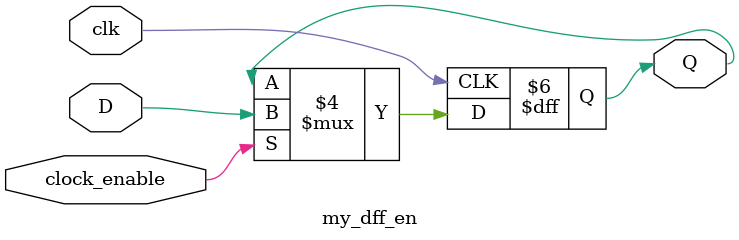
<source format=v>


module DE1_loop_back(
	input FX2_CLK,
	inout [7:0] FX2_FD,
	input [2:0] FX2_flags, // FIFO 2,4 Empty e FIFO 6 Full
	output FX2_SLRD, FX2_SLWR,

	input FX2_PA_0, // sinal de reset via EP1 (firmware)
	input FX2_PA_1, // pode ser usado para sincronismo adicional
	output FX2_PA_2, // FIFO_DATAIN_OE
	output FX2_PA_3, // high
	output FX2_PA_4, // FIFO_addr[0]
	output FX2_PA_5, // FIFO_addr[1]
	output FX2_PA_6, // FIFO_PKTEND
	input FX2_PA_7, // FIFO8_full
	
	// fpga passive serial loader (saxo_loader)
	//output FX2_PD1, // CONF_DONE (fpga-2-usb)
	//input FX2_PD2, 	// nCONFIG (usb-2-fpga / reset)
	
	// board debug IO - placa angilberto -- comentar para DE1.
	//input  [1:0] KEY,
	//output [7:0] LED	
	
	// board debug IO -- placa SAXO
	//output LED	
);

//wire CONF_DONE = FX2_PD1;
//wire nCONFIG = FX2_PD2;

// sinal de reset enviado pelo firmware quando recebe um byte pelo EP1 (ver fx2 firmware e fpga_*.py)
wire reset = FX2_PA_0;//~reset;//~KEY[0];
//wire reset = 1'b0;

////////////////////////////////////////////////////////////////////////////////
// Rename "FX2" ports into "FIFO" ports, to give them more meaningful names
// FX2 USB signals are active low, take care of them now
// Note: You probably don't need to change anything in this section

// FX2 outputs
wire FIFO_CLK = FX2_CLK;

wire FIFO2_empty = ~FX2_flags[0];	wire FIFO2_data_available = ~FIFO2_empty;
wire FIFO4_empty = ~FX2_flags[1];	wire FIFO4_data_available = ~FIFO4_empty;
wire FIFO6_full = ~FX2_flags[2];	wire FIFO6_ready_to_accept_data = ~FIFO6_full;
wire FIFO8_full = ~FX2_PA_7;		wire FIFO8_ready_to_accept_data = ~FIFO8_full;
//assign FX2_PA_0 = 1'b1;
//assign FX2_PA_1 = 1'b1;
assign FX2_PA_3 = 1'b1;

// FX2 inputs
wire FIFO_RD, FIFO_WR, FIFO_PKTEND, FIFO_DATAIN_OE, FIFO_DATAOUT_OE;
assign FX2_SLRD = ~FIFO_RD;
assign FX2_SLWR = ~FIFO_WR;
assign FX2_PA_2 = ~FIFO_DATAIN_OE;
assign FX2_PA_6 = ~FIFO_PKTEND;

wire [1:0] FIFO_FIFOADR;
assign {FX2_PA_5, FX2_PA_4} = FIFO_FIFOADR;

// FX2 bidirectional data bus
wire [7:0] FIFO_DATAIN = FX2_FD;
wire [7:0] FIFO_DATAOUT;
assign FX2_FD = FIFO_DATAOUT_OE ? FIFO_DATAOUT : 8'hZZ;

////////////////////////////////////////////////////////////////////////////////
// So now everything is in positive logic
//	FIFO_RD, FIFO_WR, FIFO_DATAIN, FIFO_DATAOUT, FIFO_DATAIN_OE, FIFO_DATAOUT_OE, FIFO_PKTEND, FIFO_FIFOADR
//	FIFO2_empty, FIFO2_data_available
//	FIFO4_empty, FIFO4_data_available
//	FIFO6_full, FIFO6_ready_to_accept_data
//	FIFO8_full, FIFO8_ready_to_accept_data

////////////////////////////////////////////////////////////////////////////////
// Here we wait until we receive some data
	
reg [2:0] state = 3'b000;

always @(posedge FIFO_CLK)
if (reset) state <= 3'b000;
else
case(state)
	3'b000: if( FIFO2_data_available) state <= 3'b001; else state <= 3'b010; // wait for data packet in FIFO2
	3'b001: if(FIFO2_empty) state <= 3'b010; else state <= 3'b000;  // wait until end of data packet
	3'b010: if(FIFO6_ready_to_accept_data) state <= 3'b110; else state <= 3'b000; // turnaround cycle, switch to FIFO6
	3'b011: state <= 3'b100;  // write data (I high byte)
	3'b100: state <= 3'b101;  // write data (I low byte)
	3'b101: state <= 3'b110;  // write data (Q high byte)
	3'b110: state <= 3'b111;  // write data (Q low byte)	
	3'b111: state <= 3'b010;  // end packet
	default: state <= 3'b000;
endcase

assign FIFO_FIFOADR = {~((state == 3'b000) | (state == 3'b001)), 1'b0}; //{state[2], 1'b0};  // FIFO2 or FIFO6
assign FIFO_RD = (state==3'b001);

wire read_byte = (state==3'b001) & FIFO2_data_available;
wire write_I_high = (state == 3'b011) & FIFO6_ready_to_accept_data;
wire write_I_low = (state == 3'b100) & FIFO6_ready_to_accept_data;
wire write_Q_high = (state == 3'b101) & FIFO6_ready_to_accept_data;
wire write_Q_low = (state == 3'b110) & FIFO6_ready_to_accept_data;
wire write_byte = (write_I_high | write_I_low | write_Q_high | write_Q_low);	

// debug
reg [7:0] rst_counter;
always @(posedge reset) rst_counter <= rst_counter + 8'd1;

////////////////////////
// esse modulo (osc) serve para gerar um sinal sinoidal, mas nao estah sendo usado...
////////////////////////
/**/
wire [7:0] sine_w;
wire [7:0] cos_w;

//module sine_cos(clk, reset, en, sine, cos);
sine_cos osc(.clk(FIFO_CLK), .reset(1'b0), .en(write_byte), .sine(sine_w), .cos(cos_w));
/**/
////////////////////////

// now write the data back
//assign FIFO_DATAOUT = (write_I_high) ? IQ[31:24] : (write_I_low) ? IQ[23:16] : (write_Q_high) ? IQ[15:8] : IQ[7:0];
assign FIFO_DATAOUT = sig_out; // sinal que foi enviado pelo host e foi armazenado no buffer (dpram)
//assign FIFO_DATAOUT = (~rdaddress[0])?{7'b0,rdaddress[8]}:rdaddress[7:0]; // sinal equivalente a uma rampa -- bom para testar o setup
//assign FIFO_DATAOUT = uut_out; // sinal do host depois de processado por alguma funcao qualquer...
assign FIFO_WR = write_byte;
assign FIFO_PKTEND = 1'b0;
assign FIFO_DATAIN_OE = ~(state[2] | state[1]);
assign FIFO_DATAOUT_OE = write_byte; 

reg [7:0] data_register = 8'h00;

// debug
always @(posedge FIFO_CLK) 
//if (reset) data_register <= 8'd0;
//else 
	if (read_byte) data_register <= FIFO_DATAIN;

//////////////////
/* */
reg [8:0] wraddress = 0;
reg [8:0] rdaddress = 0;

always @(negedge read_byte) 
//if (reset) wraddress <= 9'd0;
//else 
	wraddress <= wraddress + 9'd1;

always @(negedge write_byte) 
//if (reset) rdaddress <= 9'd0;
//else 
	rdaddress <= rdaddress + 9'd1;

wire [7:0] test_data = (~wraddress[0])?{7'b0,wraddress[8]}:wraddress[7:0];

wire [7:0] sig_out;

// Pseudo-dual-port RAM
//   dpram #(.depth(10),.width(width),.size(1024))
//         fifo_ram (.wclk(wrclk),.wdata(data),.waddr(write_addr),.wen(write),
//		   .rclk(rdclk), .rdata(q),.raddr(read_addr) );
/**/   
dpram #(.depth(9),.width(8),.size(512))
	ram_signal(
		.wclk(FIFO_CLK), .wdata(FIFO_DATAIN), .waddr(wraddress), .wen(read_byte), 
		//.wclk(FIFO_CLK), .wdata(test_data), .waddr(wraddress), .wen(read_byte), 
		.rclk(FIFO_CLK), .rdata(sig_out), .raddr(rdaddress), .ren(write_byte)//.ren(1'b1)
	);
/* */

//assign LED[7:0] = {LED_7, reset, 1'b0, rst_counter[4:0]}; // debug - placa angilberto
//assign LED = LED_7; // debug -- placa SAXO 

wire [7:0] uut_out;

//uut myuut(.clk(FIFO_CLK), .en(rdaddress[0]), .in(sig_out), .out(uut_out));

reg LED_7;
wire slow_clock;

 Clock_divider #(16000000) slow_clock_div (
  .clock_in(FIFO_CLK), 
  .clock_out(slow_clock)
 );
 
 always @(posedge slow_clock) LED_7 <= ~LED_7;
 
 //assign uut_out = ((|sig_out[7:6]) & (~rdaddress[0]) & (~rdaddress[1]))?{2'b01,sig_out[5:0]}:sig_out;
 //assign uut_out = ((~rdaddress[0]) & (~rdaddress[1]))?8'd0:sig_out;
 assign uut_out = sig_out;
 
endmodule

//////////////////////////////////////////////////////////////////////////
/*
module uut(
	input clk,
	input en,
	input [7:0] in,
	output [7:0] out	
);

reg [7:0] out_r;

always @(posedge clk)
if (~en) 
	out_r <= (&in[7:4])?{4'b0001,in[3:0]}:in;
else out_r <= in;

assign out = out_r;

assign out = ((&in[7:4]) & (write_byte))?{4'b0001,in[3:0]}:in;


endmodule

*/

////////////////////////////////////////////////////////////////////////////

module dpram(wclk,wdata,waddr,wen,rclk,rdata,raddr,ren);
   parameter depth = 4;
   parameter width = 16;
   parameter size = 16;
   
   input wclk;
   input [width-1:0] wdata;
   input [depth-1:0] waddr;
   input 	     wen;
   input 	     ren;
	
   input rclk;
   output reg [width-1:0] rdata;
	//output [width-1:0] rdata;
   input [depth-1:0]  raddr;
   
   reg [width-1:0]    ram [0:size-1];
   
   always @(posedge wclk)
     if(wen)
       ram[waddr] <= #1 wdata;
/* */  
   always @(posedge rclk)
		if(ren)
     rdata <= #1 ram[raddr];
/* */
	//assign rdata = ram[raddr];
	
endmodule // dpram

////////////////////////////////////////////////////////////////////////////////////

module sine_cos(clk, reset, en, sine, cos);
   input clk, reset, en;
   output [7:0] sine,cos;
   
   reg [7:0] sine_r = 8'd0;
   reg [7:0] cos_r = 8'd120;
   
   assign      sine = sine_r + {cos_r[7], cos_r[7], cos_r[7], cos_r[7:3]};
   assign      cos  = cos_r - {sine[7], sine[7], sine[7], sine[7:3]};
   
   always@(posedge clk or posedge reset)
     begin
         if (reset) begin
             sine_r <= 0;
             cos_r <= 120;
         end else begin
             if (en) begin
                 sine_r <= sine;
                 cos_r <= cos;
             end
         end
     end
     
endmodule // sine_cos

/////////////////////////////////////////////////////////////////////////////////////////////
//
// https://www.edaboard.com/threads/how-to-create-a-sine-wave-with-verilog.39599/
//
//It's a second order difference equation acting as an oscillator with zero dampening.
//
//Code:
//
//sin(n) = sin(n-1) + a*cos(n-1)
//cos(n) = cos(n-1) - a*sin(n-1)
//
//In the present case, a is 1/8. It can be basically changed to higher magnitude resolution 
//and lower frequency (=higher phase resolution), but depending on truncation effects, it 
//possibly won't give an exactly periodic output for all a values. I fear, you get a decaying 
//oscillation for some a codings. A correction term (of course disturbing the ingenious simple 
//original design look) could help. Just try.
//
//As the design is effectively rotating a complex vector, it's also related to CORDIC.
//
//////////////////////////////////////////////////////////////////////////////////////////////

////////////////////////////////////////////////////////////////////////////////////

// fpga4student.com: FPGA projects, VHDL projects, Verilog projects
// Verilog project: Verilog code for clock divider on FPGA
// 
module Clock_divider  #(parameter DIVISOR = 28'd48000000)(clock_in,clock_out);

	input clock_in; // input clock on FPGA
	output reg clock_out; // output clock after dividing the input clock by divisor
	
	reg[27:0] counter=28'd0;

	always @(posedge clock_in)
	begin
		counter <= counter + 28'd1;
		if(counter>=(DIVISOR-1))
			counter <= 28'd0;
		clock_out <= (counter<DIVISOR/2)?1'b1:1'b0;
	end
	
endmodule

/////////////////////////////////////////////////////////////////////////////////////

// Slow clock enable for debouncing button 
module clock_enable(input clk,output slow_clk_en);

    reg [26:0]counter=0;
    always @(posedge clk)
    begin
       counter <= (counter>=249999)?27'd0:counter+27'd1;
    end
    assign slow_clk_en = (counter == 249999)?1'b1:1'b0;
	
endmodule

////////////////////////////////////////////////////////////////////////////////////

module debouncer(input clk, input pb_1, output pb_out);

	wire slow_clk_en;
	wire Q1,Q2,Q2_bar,Q0;
	
	clock_enable u1(clk,slow_clk_en);
	
	my_dff_en d0(clk,slow_clk_en,pb_1,Q0);
	my_dff_en d1(clk,slow_clk_en,Q0,Q1);
	my_dff_en d2(clk,slow_clk_en,Q1,Q2);
	
	assign Q2_bar = ~Q2;
	assign pb_out = Q1 & Q2_bar;
	
endmodule

///////////////////////////////////////////////////////////////////////////////////

// D-flip-flop with clock enable signal for debouncing module 
module my_dff_en(input clk, clock_enable,D, output reg Q=0);

    always @ (posedge clk) 
	begin
		if(clock_enable==1) 
           Q <= D;
    end
	
endmodule 

//////////////////////////////////////////////////////////////////////////////////



</source>
